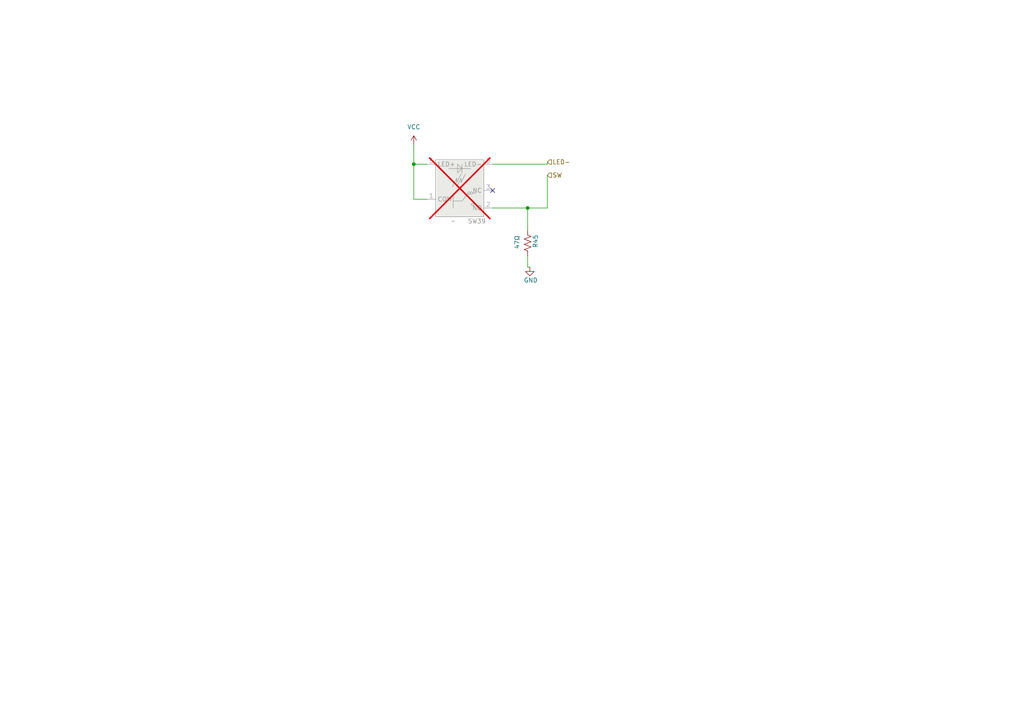
<source format=kicad_sch>
(kicad_sch
	(version 20250114)
	(generator "eeschema")
	(generator_version "9.0")
	(uuid "ff02a841-a4f6-4638-b431-e4244ba9b389")
	(paper "A4")
	(title_block
		(comment 4 "See https://github.com/aseanwatson/DrumKitButtons/tree/${REV}")
	)
	(lib_symbols
		(symbol "Device:R_US"
			(pin_numbers
				(hide yes)
			)
			(pin_names
				(offset 0)
			)
			(exclude_from_sim no)
			(in_bom yes)
			(on_board yes)
			(property "Reference" "R"
				(at 2.54 0 90)
				(effects
					(font
						(size 1.27 1.27)
					)
				)
			)
			(property "Value" "R_US"
				(at -2.54 0 90)
				(effects
					(font
						(size 1.27 1.27)
					)
				)
			)
			(property "Footprint" ""
				(at 1.016 -0.254 90)
				(effects
					(font
						(size 1.27 1.27)
					)
					(hide yes)
				)
			)
			(property "Datasheet" "~"
				(at 0 0 0)
				(effects
					(font
						(size 1.27 1.27)
					)
					(hide yes)
				)
			)
			(property "Description" "Resistor, US symbol"
				(at 0 0 0)
				(effects
					(font
						(size 1.27 1.27)
					)
					(hide yes)
				)
			)
			(property "ki_keywords" "R res resistor"
				(at 0 0 0)
				(effects
					(font
						(size 1.27 1.27)
					)
					(hide yes)
				)
			)
			(property "ki_fp_filters" "R_*"
				(at 0 0 0)
				(effects
					(font
						(size 1.27 1.27)
					)
					(hide yes)
				)
			)
			(symbol "R_US_0_1"
				(polyline
					(pts
						(xy 0 2.286) (xy 0 2.54)
					)
					(stroke
						(width 0)
						(type default)
					)
					(fill
						(type none)
					)
				)
				(polyline
					(pts
						(xy 0 2.286) (xy 1.016 1.905) (xy 0 1.524) (xy -1.016 1.143) (xy 0 0.762)
					)
					(stroke
						(width 0)
						(type default)
					)
					(fill
						(type none)
					)
				)
				(polyline
					(pts
						(xy 0 0.762) (xy 1.016 0.381) (xy 0 0) (xy -1.016 -0.381) (xy 0 -0.762)
					)
					(stroke
						(width 0)
						(type default)
					)
					(fill
						(type none)
					)
				)
				(polyline
					(pts
						(xy 0 -0.762) (xy 1.016 -1.143) (xy 0 -1.524) (xy -1.016 -1.905) (xy 0 -2.286)
					)
					(stroke
						(width 0)
						(type default)
					)
					(fill
						(type none)
					)
				)
				(polyline
					(pts
						(xy 0 -2.286) (xy 0 -2.54)
					)
					(stroke
						(width 0)
						(type default)
					)
					(fill
						(type none)
					)
				)
			)
			(symbol "R_US_1_1"
				(pin passive line
					(at 0 3.81 270)
					(length 1.27)
					(name "~"
						(effects
							(font
								(size 1.27 1.27)
							)
						)
					)
					(number "1"
						(effects
							(font
								(size 1.27 1.27)
							)
						)
					)
				)
				(pin passive line
					(at 0 -3.81 90)
					(length 1.27)
					(name "~"
						(effects
							(font
								(size 1.27 1.27)
							)
						)
					)
					(number "2"
						(effects
							(font
								(size 1.27 1.27)
							)
						)
					)
				)
			)
			(embedded_fonts no)
		)
		(symbol "Local:PB68"
			(exclude_from_sim no)
			(in_bom yes)
			(on_board yes)
			(property "Reference" "SW"
				(at 6.604 1.524 0)
				(effects
					(font
						(size 1.27 1.27)
					)
				)
			)
			(property "Value" ""
				(at 0 0 0)
				(effects
					(font
						(size 1.27 1.27)
					)
				)
			)
			(property "Footprint" "Local:PB86"
				(at 0 0 0)
				(effects
					(font
						(size 1.27 1.27)
					)
					(hide yes)
				)
			)
			(property "Datasheet" "https://cdn-shop.adafruit.com/product-files/5499/step_switch.png"
				(at 1.778 4.318 0)
				(effects
					(font
						(size 1.27 1.27)
					)
					(hide yes)
				)
			)
			(property "Description" "LED/DPST Combo"
				(at 1.778 6.604 0)
				(effects
					(font
						(size 1.27 1.27)
					)
					(hide yes)
				)
			)
			(symbol "PB68_0_0"
				(pin passive line
					(at -3.81 -2.54 0)
					(length 2.54)
					(name "NO"
						(effects
							(font
								(size 1.27 1.27)
							)
						)
					)
					(number "2"
						(effects
							(font
								(size 1.27 1.27)
							)
						)
					)
				)
				(pin passive line
					(at -3.81 -7.62 0)
					(length 2.54)
					(name "NC"
						(effects
							(font
								(size 1.27 1.27)
							)
						)
					)
					(number "3"
						(effects
							(font
								(size 1.27 1.27)
							)
						)
					)
				)
				(pin open_emitter line
					(at -3.81 -15.24 0)
					(length 2.54)
					(name "LED-"
						(effects
							(font
								(size 1.27 1.27)
							)
						)
					)
					(number "6"
						(effects
							(font
								(size 1.27 1.27)
							)
						)
					)
				)
				(pin passive line
					(at 15.24 -5.08 180)
					(length 2.54)
					(name "COM"
						(effects
							(font
								(size 1.27 1.27)
							)
						)
					)
					(number "1"
						(effects
							(font
								(size 1.27 1.27)
							)
						)
					)
				)
				(pin power_in line
					(at 15.24 -15.24 180)
					(length 2.54)
					(name "LED+"
						(effects
							(font
								(size 1.27 1.27)
							)
						)
					)
					(number "5"
						(effects
							(font
								(size 1.27 1.27)
							)
						)
					)
				)
			)
			(symbol "PB68_0_1"
				(rectangle
					(start -1.27 0)
					(end 12.7 -16.51)
					(stroke
						(width 0)
						(type default)
					)
					(fill
						(type background)
					)
				)
				(polyline
					(pts
						(xy 1.524 -3.556) (xy 0.762 -3.556)
					)
					(stroke
						(width 0)
						(type default)
					)
					(fill
						(type none)
					)
				)
				(polyline
					(pts
						(xy 1.778 -6.858) (xy 1.016 -6.858)
					)
					(stroke
						(width 0)
						(type default)
					)
					(fill
						(type none)
					)
				)
				(circle
					(center 2.032 -3.556)
					(radius 0.3592)
					(stroke
						(width 0)
						(type default)
					)
					(fill
						(type none)
					)
				)
				(circle
					(center 2.286 -6.858)
					(radius 0.3592)
					(stroke
						(width 0)
						(type default)
					)
					(fill
						(type none)
					)
				)
				(circle
					(center 3.048 -6.858)
					(radius 0.3592)
					(stroke
						(width 0)
						(type default)
					)
					(fill
						(type none)
					)
				)
				(polyline
					(pts
						(xy 4.064 -12.446) (xy 5.334 -9.906) (xy 5.334 -11.176) (xy 6.604 -8.636)
					)
					(stroke
						(width 0)
						(type default)
					)
					(fill
						(type none)
					)
				)
				(polyline
					(pts
						(xy 5.08 -13.97) (xy 6.35 -12.7) (xy 6.35 -15.24) (xy 5.08 -13.97)
					)
					(stroke
						(width 0)
						(type default)
					)
					(fill
						(type none)
					)
				)
				(polyline
					(pts
						(xy 5.08 -15.24) (xy 5.08 -12.7)
					)
					(stroke
						(width 0)
						(type default)
					)
					(fill
						(type none)
					)
				)
				(polyline
					(pts
						(xy 5.334 -12.446) (xy 6.604 -9.906) (xy 6.604 -11.176) (xy 7.874 -8.636)
					)
					(stroke
						(width 0)
						(type default)
					)
					(fill
						(type none)
					)
				)
				(polyline
					(pts
						(xy 6.35 -11.43) (xy 6.35 -11.43)
					)
					(stroke
						(width 0)
						(type default)
					)
					(fill
						(type none)
					)
				)
				(polyline
					(pts
						(xy 6.35 -11.43) (xy 6.35 -11.43)
					)
					(stroke
						(width 0)
						(type default)
					)
					(fill
						(type none)
					)
				)
				(polyline
					(pts
						(xy 7.62 -2.54) (xy 7.62 -6.35)
					)
					(stroke
						(width 0)
						(type default)
					)
					(fill
						(type none)
					)
				)
				(polyline
					(pts
						(xy 7.62 -4.572) (xy 5.08 -4.572) (xy 3.302 -6.604)
					)
					(stroke
						(width 0)
						(type default)
					)
					(fill
						(type none)
					)
				)
				(polyline
					(pts
						(xy 8.89 -13.97) (xy 2.54 -13.97)
					)
					(stroke
						(width 0)
						(type default)
					)
					(fill
						(type none)
					)
				)
			)
			(embedded_fonts no)
		)
		(symbol "power:GND"
			(power)
			(pin_numbers
				(hide yes)
			)
			(pin_names
				(offset 0)
				(hide yes)
			)
			(exclude_from_sim no)
			(in_bom yes)
			(on_board yes)
			(property "Reference" "#PWR"
				(at 0 -6.35 0)
				(effects
					(font
						(size 1.27 1.27)
					)
					(hide yes)
				)
			)
			(property "Value" "GND"
				(at 0 -3.81 0)
				(effects
					(font
						(size 1.27 1.27)
					)
				)
			)
			(property "Footprint" ""
				(at 0 0 0)
				(effects
					(font
						(size 1.27 1.27)
					)
					(hide yes)
				)
			)
			(property "Datasheet" ""
				(at 0 0 0)
				(effects
					(font
						(size 1.27 1.27)
					)
					(hide yes)
				)
			)
			(property "Description" "Power symbol creates a global label with name \"GND\" , ground"
				(at 0 0 0)
				(effects
					(font
						(size 1.27 1.27)
					)
					(hide yes)
				)
			)
			(property "ki_keywords" "global power"
				(at 0 0 0)
				(effects
					(font
						(size 1.27 1.27)
					)
					(hide yes)
				)
			)
			(symbol "GND_0_1"
				(polyline
					(pts
						(xy 0 0) (xy 0 -1.27) (xy 1.27 -1.27) (xy 0 -2.54) (xy -1.27 -1.27) (xy 0 -1.27)
					)
					(stroke
						(width 0)
						(type default)
					)
					(fill
						(type none)
					)
				)
			)
			(symbol "GND_1_1"
				(pin power_in line
					(at 0 0 270)
					(length 0)
					(name "~"
						(effects
							(font
								(size 1.27 1.27)
							)
						)
					)
					(number "1"
						(effects
							(font
								(size 1.27 1.27)
							)
						)
					)
				)
			)
			(embedded_fonts no)
		)
		(symbol "power:VCC"
			(power)
			(pin_numbers
				(hide yes)
			)
			(pin_names
				(offset 0)
				(hide yes)
			)
			(exclude_from_sim no)
			(in_bom yes)
			(on_board yes)
			(property "Reference" "#PWR"
				(at 0 -3.81 0)
				(effects
					(font
						(size 1.27 1.27)
					)
					(hide yes)
				)
			)
			(property "Value" "VCC"
				(at 0 3.556 0)
				(effects
					(font
						(size 1.27 1.27)
					)
				)
			)
			(property "Footprint" ""
				(at 0 0 0)
				(effects
					(font
						(size 1.27 1.27)
					)
					(hide yes)
				)
			)
			(property "Datasheet" ""
				(at 0 0 0)
				(effects
					(font
						(size 1.27 1.27)
					)
					(hide yes)
				)
			)
			(property "Description" "Power symbol creates a global label with name \"VCC\""
				(at 0 0 0)
				(effects
					(font
						(size 1.27 1.27)
					)
					(hide yes)
				)
			)
			(property "ki_keywords" "global power"
				(at 0 0 0)
				(effects
					(font
						(size 1.27 1.27)
					)
					(hide yes)
				)
			)
			(symbol "VCC_0_1"
				(polyline
					(pts
						(xy -0.762 1.27) (xy 0 2.54)
					)
					(stroke
						(width 0)
						(type default)
					)
					(fill
						(type none)
					)
				)
				(polyline
					(pts
						(xy 0 2.54) (xy 0.762 1.27)
					)
					(stroke
						(width 0)
						(type default)
					)
					(fill
						(type none)
					)
				)
				(polyline
					(pts
						(xy 0 0) (xy 0 2.54)
					)
					(stroke
						(width 0)
						(type default)
					)
					(fill
						(type none)
					)
				)
			)
			(symbol "VCC_1_1"
				(pin power_in line
					(at 0 0 90)
					(length 0)
					(name "~"
						(effects
							(font
								(size 1.27 1.27)
							)
						)
					)
					(number "1"
						(effects
							(font
								(size 1.27 1.27)
							)
						)
					)
				)
			)
			(embedded_fonts no)
		)
	)
	(junction
		(at 120.015 47.625)
		(diameter 0)
		(color 0 0 0 0)
		(uuid "3ce39795-324b-45d8-a76e-e47934c36099")
	)
	(junction
		(at 153.035 60.325)
		(diameter 0)
		(color 0 0 0 0)
		(uuid "9bdf3393-5f35-42b6-a2f7-62b7f24f4b16")
	)
	(no_connect
		(at 142.875 55.245)
		(uuid "885dd419-795b-412f-84c1-8f6273cefad5")
	)
	(wire
		(pts
			(xy 158.75 60.325) (xy 158.75 50.8)
		)
		(stroke
			(width 0)
			(type default)
		)
		(uuid "2b291308-b4ee-409b-8af8-fb056eb3105b")
	)
	(wire
		(pts
			(xy 153.035 66.675) (xy 153.035 60.325)
		)
		(stroke
			(width 0)
			(type default)
		)
		(uuid "41b19248-4353-40f3-905b-5db0ef96d0a2")
	)
	(wire
		(pts
			(xy 120.015 41.91) (xy 120.015 47.625)
		)
		(stroke
			(width 0)
			(type default)
		)
		(uuid "4cab0311-edda-493e-aab5-26c058817ff5")
	)
	(wire
		(pts
			(xy 142.875 60.325) (xy 153.035 60.325)
		)
		(stroke
			(width 0)
			(type default)
		)
		(uuid "4dce84b2-b6cf-47f1-8e0a-6172e7676473")
	)
	(wire
		(pts
			(xy 158.75 46.99) (xy 158.75 47.625)
		)
		(stroke
			(width 0)
			(type default)
		)
		(uuid "56c5b85f-3791-472e-a73f-26b595f20735")
	)
	(wire
		(pts
			(xy 153.67 77.47) (xy 153.035 77.47)
		)
		(stroke
			(width 0)
			(type default)
		)
		(uuid "676b4a81-4c46-4917-b189-4b0f1bbeb693")
	)
	(wire
		(pts
			(xy 158.75 47.625) (xy 142.875 47.625)
		)
		(stroke
			(width 0)
			(type default)
		)
		(uuid "692ae693-6c72-46c0-b1fb-714d6497e6a8")
	)
	(wire
		(pts
			(xy 120.015 47.625) (xy 123.825 47.625)
		)
		(stroke
			(width 0)
			(type default)
		)
		(uuid "6bae53d0-9925-4e24-b5f4-8aec39eb73a6")
	)
	(wire
		(pts
			(xy 158.75 60.325) (xy 153.035 60.325)
		)
		(stroke
			(width 0)
			(type default)
		)
		(uuid "a56efacd-f4ed-40cf-b64a-1d628b2bcc0b")
	)
	(wire
		(pts
			(xy 123.825 57.785) (xy 120.015 57.785)
		)
		(stroke
			(width 0)
			(type default)
		)
		(uuid "ad83d875-35e5-4183-9186-f1988ce0d368")
	)
	(wire
		(pts
			(xy 120.015 47.625) (xy 120.015 57.785)
		)
		(stroke
			(width 0)
			(type default)
		)
		(uuid "b5cccb40-962d-4697-a317-911c0c6b878b")
	)
	(wire
		(pts
			(xy 153.035 77.47) (xy 153.035 74.295)
		)
		(stroke
			(width 0)
			(type default)
		)
		(uuid "f9ffa7ab-7586-42f3-b4d3-34a9606415ef")
	)
	(hierarchical_label "LED-"
		(shape input)
		(at 158.75 46.99 0)
		(effects
			(font
				(size 1.27 1.27)
			)
			(justify left)
		)
		(uuid "358632c6-d826-4846-9b28-64854e0fe9ce")
	)
	(hierarchical_label "SW"
		(shape input)
		(at 158.75 50.8 0)
		(effects
			(font
				(size 1.27 1.27)
			)
			(justify left)
		)
		(uuid "4a766652-7e15-4ae1-a3ed-d8d34414c956")
	)
	(symbol
		(lib_id "Device:R_US")
		(at 153.035 70.485 0)
		(unit 1)
		(exclude_from_sim no)
		(in_bom yes)
		(on_board yes)
		(dnp no)
		(uuid "19424141-5456-4027-8a67-234dbe037251")
		(property "Reference" "R3"
			(at 155.321 69.977 90)
			(effects
				(font
					(size 1.27 1.27)
				)
			)
		)
		(property "Value" "47Ω"
			(at 149.987 70.231 90)
			(effects
				(font
					(size 1.27 1.27)
				)
			)
		)
		(property "Footprint" "Resistor_SMD:R_0402_1005Metric"
			(at 154.051 70.739 90)
			(effects
				(font
					(size 1.27 1.27)
				)
				(hide yes)
			)
		)
		(property "Datasheet" "~"
			(at 153.035 70.485 0)
			(effects
				(font
					(size 1.27 1.27)
				)
				(hide yes)
			)
		)
		(property "Description" "Resistor, US symbol"
			(at 153.035 70.485 0)
			(effects
				(font
					(size 1.27 1.27)
				)
				(hide yes)
			)
		)
		(property "LCSC Link" "https://www.lcsc.com/product-detail/Chip-Resistor-Surface-Mount_PANASONIC-ERJ2GEJ470X_C400522.html"
			(at 173.863 75.565 90)
			(effects
				(font
					(size 1.27 1.27)
				)
				(hide yes)
			)
		)
		(property "LCSC Part#" "C400522"
			(at 156.337 69.723 90)
			(effects
				(font
					(size 1.27 1.27)
				)
				(hide yes)
			)
		)
		(pin "2"
			(uuid "df26d3d5-58e2-4b04-b864-b70c943d8bfb")
		)
		(pin "1"
			(uuid "6d5759a6-29c3-4ac6-9f6b-db3dc35e2367")
		)
		(instances
			(project "DrumKitButtons"
				(path "/9053e4fd-2214-4e2c-a1c2-d5a9964413b7/26123988-4436-470f-8df2-915b04ee2818/072d4cdf-cbfc-410f-83d0-5e22c1af2c72"
					(reference "R45")
					(unit 1)
				)
				(path "/9053e4fd-2214-4e2c-a1c2-d5a9964413b7/26123988-4436-470f-8df2-915b04ee2818/30260b7a-b01c-4616-be87-6fe76bdf65be"
					(reference "R40")
					(unit 1)
				)
				(path "/9053e4fd-2214-4e2c-a1c2-d5a9964413b7/26123988-4436-470f-8df2-915b04ee2818/3f87dd63-872f-4418-a18b-f96542fabba1"
					(reference "R46")
					(unit 1)
				)
				(path "/9053e4fd-2214-4e2c-a1c2-d5a9964413b7/26123988-4436-470f-8df2-915b04ee2818/414a906b-9f48-4d0e-a6fa-58fd68375c3a"
					(reference "R41")
					(unit 1)
				)
				(path "/9053e4fd-2214-4e2c-a1c2-d5a9964413b7/26123988-4436-470f-8df2-915b04ee2818/717b2545-666d-41dc-800b-6b14b78bb44f"
					(reference "R43")
					(unit 1)
				)
				(path "/9053e4fd-2214-4e2c-a1c2-d5a9964413b7/26123988-4436-470f-8df2-915b04ee2818/8c383834-5a1d-42fc-a78a-cfe22124a865"
					(reference "R42")
					(unit 1)
				)
				(path "/9053e4fd-2214-4e2c-a1c2-d5a9964413b7/26123988-4436-470f-8df2-915b04ee2818/a1a1a21a-949e-4e1e-a6b4-460e91665159"
					(reference "R39")
					(unit 1)
				)
				(path "/9053e4fd-2214-4e2c-a1c2-d5a9964413b7/26123988-4436-470f-8df2-915b04ee2818/dba88b82-df3c-4eb3-8038-ebc15f54cd7b"
					(reference "R44")
					(unit 1)
				)
				(path "/9053e4fd-2214-4e2c-a1c2-d5a9964413b7/56600e35-72e7-45c1-8008-a2a2285948a1/072d4cdf-cbfc-410f-83d0-5e22c1af2c72"
					(reference "R9")
					(unit 1)
				)
				(path "/9053e4fd-2214-4e2c-a1c2-d5a9964413b7/56600e35-72e7-45c1-8008-a2a2285948a1/30260b7a-b01c-4616-be87-6fe76bdf65be"
					(reference "R4")
					(unit 1)
				)
				(path "/9053e4fd-2214-4e2c-a1c2-d5a9964413b7/56600e35-72e7-45c1-8008-a2a2285948a1/3f87dd63-872f-4418-a18b-f96542fabba1"
					(reference "R10")
					(unit 1)
				)
				(path "/9053e4fd-2214-4e2c-a1c2-d5a9964413b7/56600e35-72e7-45c1-8008-a2a2285948a1/414a906b-9f48-4d0e-a6fa-58fd68375c3a"
					(reference "R5")
					(unit 1)
				)
				(path "/9053e4fd-2214-4e2c-a1c2-d5a9964413b7/56600e35-72e7-45c1-8008-a2a2285948a1/717b2545-666d-41dc-800b-6b14b78bb44f"
					(reference "R7")
					(unit 1)
				)
				(path "/9053e4fd-2214-4e2c-a1c2-d5a9964413b7/56600e35-72e7-45c1-8008-a2a2285948a1/8c383834-5a1d-42fc-a78a-cfe22124a865"
					(reference "R6")
					(unit 1)
				)
				(path "/9053e4fd-2214-4e2c-a1c2-d5a9964413b7/56600e35-72e7-45c1-8008-a2a2285948a1/a1a1a21a-949e-4e1e-a6b4-460e91665159"
					(reference "R3")
					(unit 1)
				)
				(path "/9053e4fd-2214-4e2c-a1c2-d5a9964413b7/56600e35-72e7-45c1-8008-a2a2285948a1/dba88b82-df3c-4eb3-8038-ebc15f54cd7b"
					(reference "R8")
					(unit 1)
				)
				(path "/9053e4fd-2214-4e2c-a1c2-d5a9964413b7/575be80e-352b-49ee-9f93-701667605cc7/072d4cdf-cbfc-410f-83d0-5e22c1af2c72"
					(reference "R17")
					(unit 1)
				)
				(path "/9053e4fd-2214-4e2c-a1c2-d5a9964413b7/575be80e-352b-49ee-9f93-701667605cc7/30260b7a-b01c-4616-be87-6fe76bdf65be"
					(reference "R12")
					(unit 1)
				)
				(path "/9053e4fd-2214-4e2c-a1c2-d5a9964413b7/575be80e-352b-49ee-9f93-701667605cc7/3f87dd63-872f-4418-a18b-f96542fabba1"
					(reference "R18")
					(unit 1)
				)
				(path "/9053e4fd-2214-4e2c-a1c2-d5a9964413b7/575be80e-352b-49ee-9f93-701667605cc7/414a906b-9f48-4d0e-a6fa-58fd68375c3a"
					(reference "R13")
					(unit 1)
				)
				(path "/9053e4fd-2214-4e2c-a1c2-d5a9964413b7/575be80e-352b-49ee-9f93-701667605cc7/717b2545-666d-41dc-800b-6b14b78bb44f"
					(reference "R15")
					(unit 1)
				)
				(path "/9053e4fd-2214-4e2c-a1c2-d5a9964413b7/575be80e-352b-49ee-9f93-701667605cc7/8c383834-5a1d-42fc-a78a-cfe22124a865"
					(reference "R14")
					(unit 1)
				)
				(path "/9053e4fd-2214-4e2c-a1c2-d5a9964413b7/575be80e-352b-49ee-9f93-701667605cc7/a1a1a21a-949e-4e1e-a6b4-460e91665159"
					(reference "R11")
					(unit 1)
				)
				(path "/9053e4fd-2214-4e2c-a1c2-d5a9964413b7/575be80e-352b-49ee-9f93-701667605cc7/dba88b82-df3c-4eb3-8038-ebc15f54cd7b"
					(reference "R16")
					(unit 1)
				)
				(path "/9053e4fd-2214-4e2c-a1c2-d5a9964413b7/750b8000-0e2b-48b2-9b84-94fc6d0905e1/072d4cdf-cbfc-410f-83d0-5e22c1af2c72"
					(reference "R35")
					(unit 1)
				)
				(path "/9053e4fd-2214-4e2c-a1c2-d5a9964413b7/750b8000-0e2b-48b2-9b84-94fc6d0905e1/30260b7a-b01c-4616-be87-6fe76bdf65be"
					(reference "R30")
					(unit 1)
				)
				(path "/9053e4fd-2214-4e2c-a1c2-d5a9964413b7/750b8000-0e2b-48b2-9b84-94fc6d0905e1/3f87dd63-872f-4418-a18b-f96542fabba1"
					(reference "R36")
					(unit 1)
				)
				(path "/9053e4fd-2214-4e2c-a1c2-d5a9964413b7/750b8000-0e2b-48b2-9b84-94fc6d0905e1/414a906b-9f48-4d0e-a6fa-58fd68375c3a"
					(reference "R31")
					(unit 1)
				)
				(path "/9053e4fd-2214-4e2c-a1c2-d5a9964413b7/750b8000-0e2b-48b2-9b84-94fc6d0905e1/717b2545-666d-41dc-800b-6b14b78bb44f"
					(reference "R33")
					(unit 1)
				)
				(path "/9053e4fd-2214-4e2c-a1c2-d5a9964413b7/750b8000-0e2b-48b2-9b84-94fc6d0905e1/8c383834-5a1d-42fc-a78a-cfe22124a865"
					(reference "R32")
					(unit 1)
				)
				(path "/9053e4fd-2214-4e2c-a1c2-d5a9964413b7/750b8000-0e2b-48b2-9b84-94fc6d0905e1/a1a1a21a-949e-4e1e-a6b4-460e91665159"
					(reference "R29")
					(unit 1)
				)
				(path "/9053e4fd-2214-4e2c-a1c2-d5a9964413b7/750b8000-0e2b-48b2-9b84-94fc6d0905e1/dba88b82-df3c-4eb3-8038-ebc15f54cd7b"
					(reference "R34")
					(unit 1)
				)
				(path "/9053e4fd-2214-4e2c-a1c2-d5a9964413b7/8e3d7c7f-97b6-485f-a62d-91a5d64f0541/072d4cdf-cbfc-410f-83d0-5e22c1af2c72"
					(reference "R27")
					(unit 1)
				)
				(path "/9053e4fd-2214-4e2c-a1c2-d5a9964413b7/8e3d7c7f-97b6-485f-a62d-91a5d64f0541/30260b7a-b01c-4616-be87-6fe76bdf65be"
					(reference "R22")
					(unit 1)
				)
				(path "/9053e4fd-2214-4e2c-a1c2-d5a9964413b7/8e3d7c7f-97b6-485f-a62d-91a5d64f0541/3f87dd63-872f-4418-a18b-f96542fabba1"
					(reference "R28")
					(unit 1)
				)
				(path "/9053e4fd-2214-4e2c-a1c2-d5a9964413b7/8e3d7c7f-97b6-485f-a62d-91a5d64f0541/414a906b-9f48-4d0e-a6fa-58fd68375c3a"
					(reference "R23")
					(unit 1)
				)
				(path "/9053e4fd-2214-4e2c-a1c2-d5a9964413b7/8e3d7c7f-97b6-485f-a62d-91a5d64f0541/717b2545-666d-41dc-800b-6b14b78bb44f"
					(reference "R25")
					(unit 1)
				)
				(path "/9053e4fd-2214-4e2c-a1c2-d5a9964413b7/8e3d7c7f-97b6-485f-a62d-91a5d64f0541/8c383834-5a1d-42fc-a78a-cfe22124a865"
					(reference "R24")
					(unit 1)
				)
				(path "/9053e4fd-2214-4e2c-a1c2-d5a9964413b7/8e3d7c7f-97b6-485f-a62d-91a5d64f0541/a1a1a21a-949e-4e1e-a6b4-460e91665159"
					(reference "R21")
					(unit 1)
				)
				(path "/9053e4fd-2214-4e2c-a1c2-d5a9964413b7/8e3d7c7f-97b6-485f-a62d-91a5d64f0541/dba88b82-df3c-4eb3-8038-ebc15f54cd7b"
					(reference "R26")
					(unit 1)
				)
				(path "/9053e4fd-2214-4e2c-a1c2-d5a9964413b7/903f5d09-4594-4373-9fb5-e09f9cdba84a/072d4cdf-cbfc-410f-83d0-5e22c1af2c72"
					(reference "R53")
					(unit 1)
				)
				(path "/9053e4fd-2214-4e2c-a1c2-d5a9964413b7/903f5d09-4594-4373-9fb5-e09f9cdba84a/30260b7a-b01c-4616-be87-6fe76bdf65be"
					(reference "R48")
					(unit 1)
				)
				(path "/9053e4fd-2214-4e2c-a1c2-d5a9964413b7/903f5d09-4594-4373-9fb5-e09f9cdba84a/3f87dd63-872f-4418-a18b-f96542fabba1"
					(reference "R54")
					(unit 1)
				)
				(path "/9053e4fd-2214-4e2c-a1c2-d5a9964413b7/903f5d09-4594-4373-9fb5-e09f9cdba84a/414a906b-9f48-4d0e-a6fa-58fd68375c3a"
					(reference "R49")
					(unit 1)
				)
				(path "/9053e4fd-2214-4e2c-a1c2-d5a9964413b7/903f5d09-4594-4373-9fb5-e09f9cdba84a/717b2545-666d-41dc-800b-6b14b78bb44f"
					(reference "R51")
					(unit 1)
				)
				(path "/9053e4fd-2214-4e2c-a1c2-d5a9964413b7/903f5d09-4594-4373-9fb5-e09f9cdba84a/8c383834-5a1d-42fc-a78a-cfe22124a865"
					(reference "R50")
					(unit 1)
				)
				(path "/9053e4fd-2214-4e2c-a1c2-d5a9964413b7/903f5d09-4594-4373-9fb5-e09f9cdba84a/a1a1a21a-949e-4e1e-a6b4-460e91665159"
					(reference "R47")
					(unit 1)
				)
				(path "/9053e4fd-2214-4e2c-a1c2-d5a9964413b7/903f5d09-4594-4373-9fb5-e09f9cdba84a/dba88b82-df3c-4eb3-8038-ebc15f54cd7b"
					(reference "R52")
					(unit 1)
				)
			)
		)
	)
	(symbol
		(lib_id "power:VCC")
		(at 120.015 41.91 0)
		(unit 1)
		(exclude_from_sim no)
		(in_bom yes)
		(on_board yes)
		(dnp no)
		(uuid "61a4e22a-c743-4cf2-973a-0555c0c03b5b")
		(property "Reference" "#PWR013"
			(at 120.015 45.72 0)
			(effects
				(font
					(size 1.27 1.27)
				)
				(hide yes)
			)
		)
		(property "Value" "VCC"
			(at 120.015 36.83 0)
			(effects
				(font
					(size 1.27 1.27)
				)
			)
		)
		(property "Footprint" ""
			(at 120.015 41.91 0)
			(effects
				(font
					(size 1.27 1.27)
				)
				(hide yes)
			)
		)
		(property "Datasheet" ""
			(at 120.015 41.91 0)
			(effects
				(font
					(size 1.27 1.27)
				)
				(hide yes)
			)
		)
		(property "Description" "Power symbol creates a global label with name \"VCC\""
			(at 120.015 41.91 0)
			(effects
				(font
					(size 1.27 1.27)
				)
				(hide yes)
			)
		)
		(pin "1"
			(uuid "440f9fb3-4c6e-48b3-ad5b-def7874678a2")
		)
		(instances
			(project "DrumKitButtons"
				(path "/9053e4fd-2214-4e2c-a1c2-d5a9964413b7/26123988-4436-470f-8df2-915b04ee2818/072d4cdf-cbfc-410f-83d0-5e22c1af2c72"
					(reference "#PWR099")
					(unit 1)
				)
				(path "/9053e4fd-2214-4e2c-a1c2-d5a9964413b7/26123988-4436-470f-8df2-915b04ee2818/30260b7a-b01c-4616-be87-6fe76bdf65be"
					(reference "#PWR094")
					(unit 1)
				)
				(path "/9053e4fd-2214-4e2c-a1c2-d5a9964413b7/26123988-4436-470f-8df2-915b04ee2818/3f87dd63-872f-4418-a18b-f96542fabba1"
					(reference "#PWR0100")
					(unit 1)
				)
				(path "/9053e4fd-2214-4e2c-a1c2-d5a9964413b7/26123988-4436-470f-8df2-915b04ee2818/414a906b-9f48-4d0e-a6fa-58fd68375c3a"
					(reference "#PWR095")
					(unit 1)
				)
				(path "/9053e4fd-2214-4e2c-a1c2-d5a9964413b7/26123988-4436-470f-8df2-915b04ee2818/717b2545-666d-41dc-800b-6b14b78bb44f"
					(reference "#PWR097")
					(unit 1)
				)
				(path "/9053e4fd-2214-4e2c-a1c2-d5a9964413b7/26123988-4436-470f-8df2-915b04ee2818/8c383834-5a1d-42fc-a78a-cfe22124a865"
					(reference "#PWR096")
					(unit 1)
				)
				(path "/9053e4fd-2214-4e2c-a1c2-d5a9964413b7/26123988-4436-470f-8df2-915b04ee2818/a1a1a21a-949e-4e1e-a6b4-460e91665159"
					(reference "#PWR093")
					(unit 1)
				)
				(path "/9053e4fd-2214-4e2c-a1c2-d5a9964413b7/26123988-4436-470f-8df2-915b04ee2818/dba88b82-df3c-4eb3-8038-ebc15f54cd7b"
					(reference "#PWR098")
					(unit 1)
				)
				(path "/9053e4fd-2214-4e2c-a1c2-d5a9964413b7/56600e35-72e7-45c1-8008-a2a2285948a1/072d4cdf-cbfc-410f-83d0-5e22c1af2c72"
					(reference "#PWR025")
					(unit 1)
				)
				(path "/9053e4fd-2214-4e2c-a1c2-d5a9964413b7/56600e35-72e7-45c1-8008-a2a2285948a1/30260b7a-b01c-4616-be87-6fe76bdf65be"
					(reference "#PWR015")
					(unit 1)
				)
				(path "/9053e4fd-2214-4e2c-a1c2-d5a9964413b7/56600e35-72e7-45c1-8008-a2a2285948a1/3f87dd63-872f-4418-a18b-f96542fabba1"
					(reference "#PWR027")
					(unit 1)
				)
				(path "/9053e4fd-2214-4e2c-a1c2-d5a9964413b7/56600e35-72e7-45c1-8008-a2a2285948a1/414a906b-9f48-4d0e-a6fa-58fd68375c3a"
					(reference "#PWR017")
					(unit 1)
				)
				(path "/9053e4fd-2214-4e2c-a1c2-d5a9964413b7/56600e35-72e7-45c1-8008-a2a2285948a1/717b2545-666d-41dc-800b-6b14b78bb44f"
					(reference "#PWR021")
					(unit 1)
				)
				(path "/9053e4fd-2214-4e2c-a1c2-d5a9964413b7/56600e35-72e7-45c1-8008-a2a2285948a1/8c383834-5a1d-42fc-a78a-cfe22124a865"
					(reference "#PWR019")
					(unit 1)
				)
				(path "/9053e4fd-2214-4e2c-a1c2-d5a9964413b7/56600e35-72e7-45c1-8008-a2a2285948a1/a1a1a21a-949e-4e1e-a6b4-460e91665159"
					(reference "#PWR013")
					(unit 1)
				)
				(path "/9053e4fd-2214-4e2c-a1c2-d5a9964413b7/56600e35-72e7-45c1-8008-a2a2285948a1/dba88b82-df3c-4eb3-8038-ebc15f54cd7b"
					(reference "#PWR023")
					(unit 1)
				)
				(path "/9053e4fd-2214-4e2c-a1c2-d5a9964413b7/575be80e-352b-49ee-9f93-701667605cc7/072d4cdf-cbfc-410f-83d0-5e22c1af2c72"
					(reference "#PWR041")
					(unit 1)
				)
				(path "/9053e4fd-2214-4e2c-a1c2-d5a9964413b7/575be80e-352b-49ee-9f93-701667605cc7/30260b7a-b01c-4616-be87-6fe76bdf65be"
					(reference "#PWR031")
					(unit 1)
				)
				(path "/9053e4fd-2214-4e2c-a1c2-d5a9964413b7/575be80e-352b-49ee-9f93-701667605cc7/3f87dd63-872f-4418-a18b-f96542fabba1"
					(reference "#PWR043")
					(unit 1)
				)
				(path "/9053e4fd-2214-4e2c-a1c2-d5a9964413b7/575be80e-352b-49ee-9f93-701667605cc7/414a906b-9f48-4d0e-a6fa-58fd68375c3a"
					(reference "#PWR033")
					(unit 1)
				)
				(path "/9053e4fd-2214-4e2c-a1c2-d5a9964413b7/575be80e-352b-49ee-9f93-701667605cc7/717b2545-666d-41dc-800b-6b14b78bb44f"
					(reference "#PWR037")
					(unit 1)
				)
				(path "/9053e4fd-2214-4e2c-a1c2-d5a9964413b7/575be80e-352b-49ee-9f93-701667605cc7/8c383834-5a1d-42fc-a78a-cfe22124a865"
					(reference "#PWR035")
					(unit 1)
				)
				(path "/9053e4fd-2214-4e2c-a1c2-d5a9964413b7/575be80e-352b-49ee-9f93-701667605cc7/a1a1a21a-949e-4e1e-a6b4-460e91665159"
					(reference "#PWR029")
					(unit 1)
				)
				(path "/9053e4fd-2214-4e2c-a1c2-d5a9964413b7/575be80e-352b-49ee-9f93-701667605cc7/dba88b82-df3c-4eb3-8038-ebc15f54cd7b"
					(reference "#PWR039")
					(unit 1)
				)
				(path "/9053e4fd-2214-4e2c-a1c2-d5a9964413b7/750b8000-0e2b-48b2-9b84-94fc6d0905e1/072d4cdf-cbfc-410f-83d0-5e22c1af2c72"
					(reference "#PWR075")
					(unit 1)
				)
				(path "/9053e4fd-2214-4e2c-a1c2-d5a9964413b7/750b8000-0e2b-48b2-9b84-94fc6d0905e1/30260b7a-b01c-4616-be87-6fe76bdf65be"
					(reference "#PWR070")
					(unit 1)
				)
				(path "/9053e4fd-2214-4e2c-a1c2-d5a9964413b7/750b8000-0e2b-48b2-9b84-94fc6d0905e1/3f87dd63-872f-4418-a18b-f96542fabba1"
					(reference "#PWR076")
					(unit 1)
				)
				(path "/9053e4fd-2214-4e2c-a1c2-d5a9964413b7/750b8000-0e2b-48b2-9b84-94fc6d0905e1/414a906b-9f48-4d0e-a6fa-58fd68375c3a"
					(reference "#PWR071")
					(unit 1)
				)
				(path "/9053e4fd-2214-4e2c-a1c2-d5a9964413b7/750b8000-0e2b-48b2-9b84-94fc6d0905e1/717b2545-666d-41dc-800b-6b14b78bb44f"
					(reference "#PWR073")
					(unit 1)
				)
				(path "/9053e4fd-2214-4e2c-a1c2-d5a9964413b7/750b8000-0e2b-48b2-9b84-94fc6d0905e1/8c383834-5a1d-42fc-a78a-cfe22124a865"
					(reference "#PWR072")
					(unit 1)
				)
				(path "/9053e4fd-2214-4e2c-a1c2-d5a9964413b7/750b8000-0e2b-48b2-9b84-94fc6d0905e1/a1a1a21a-949e-4e1e-a6b4-460e91665159"
					(reference "#PWR069")
					(unit 1)
				)
				(path "/9053e4fd-2214-4e2c-a1c2-d5a9964413b7/750b8000-0e2b-48b2-9b84-94fc6d0905e1/dba88b82-df3c-4eb3-8038-ebc15f54cd7b"
					(reference "#PWR074")
					(unit 1)
				)
				(path "/9053e4fd-2214-4e2c-a1c2-d5a9964413b7/8e3d7c7f-97b6-485f-a62d-91a5d64f0541/072d4cdf-cbfc-410f-83d0-5e22c1af2c72"
					(reference "#PWR059")
					(unit 1)
				)
				(path "/9053e4fd-2214-4e2c-a1c2-d5a9964413b7/8e3d7c7f-97b6-485f-a62d-91a5d64f0541/30260b7a-b01c-4616-be87-6fe76bdf65be"
					(reference "#PWR054")
					(unit 1)
				)
				(path "/9053e4fd-2214-4e2c-a1c2-d5a9964413b7/8e3d7c7f-97b6-485f-a62d-91a5d64f0541/3f87dd63-872f-4418-a18b-f96542fabba1"
					(reference "#PWR060")
					(unit 1)
				)
				(path "/9053e4fd-2214-4e2c-a1c2-d5a9964413b7/8e3d7c7f-97b6-485f-a62d-91a5d64f0541/414a906b-9f48-4d0e-a6fa-58fd68375c3a"
					(reference "#PWR055")
					(unit 1)
				)
				(path "/9053e4fd-2214-4e2c-a1c2-d5a9964413b7/8e3d7c7f-97b6-485f-a62d-91a5d64f0541/717b2545-666d-41dc-800b-6b14b78bb44f"
					(reference "#PWR057")
					(unit 1)
				)
				(path "/9053e4fd-2214-4e2c-a1c2-d5a9964413b7/8e3d7c7f-97b6-485f-a62d-91a5d64f0541/8c383834-5a1d-42fc-a78a-cfe22124a865"
					(reference "#PWR056")
					(unit 1)
				)
				(path "/9053e4fd-2214-4e2c-a1c2-d5a9964413b7/8e3d7c7f-97b6-485f-a62d-91a5d64f0541/a1a1a21a-949e-4e1e-a6b4-460e91665159"
					(reference "#PWR053")
					(unit 1)
				)
				(path "/9053e4fd-2214-4e2c-a1c2-d5a9964413b7/8e3d7c7f-97b6-485f-a62d-91a5d64f0541/dba88b82-df3c-4eb3-8038-ebc15f54cd7b"
					(reference "#PWR058")
					(unit 1)
				)
				(path "/9053e4fd-2214-4e2c-a1c2-d5a9964413b7/903f5d09-4594-4373-9fb5-e09f9cdba84a/072d4cdf-cbfc-410f-83d0-5e22c1af2c72"
					(reference "#PWR0115")
					(unit 1)
				)
				(path "/9053e4fd-2214-4e2c-a1c2-d5a9964413b7/903f5d09-4594-4373-9fb5-e09f9cdba84a/30260b7a-b01c-4616-be87-6fe76bdf65be"
					(reference "#PWR0110")
					(unit 1)
				)
				(path "/9053e4fd-2214-4e2c-a1c2-d5a9964413b7/903f5d09-4594-4373-9fb5-e09f9cdba84a/3f87dd63-872f-4418-a18b-f96542fabba1"
					(reference "#PWR0116")
					(unit 1)
				)
				(path "/9053e4fd-2214-4e2c-a1c2-d5a9964413b7/903f5d09-4594-4373-9fb5-e09f9cdba84a/414a906b-9f48-4d0e-a6fa-58fd68375c3a"
					(reference "#PWR0111")
					(unit 1)
				)
				(path "/9053e4fd-2214-4e2c-a1c2-d5a9964413b7/903f5d09-4594-4373-9fb5-e09f9cdba84a/717b2545-666d-41dc-800b-6b14b78bb44f"
					(reference "#PWR0113")
					(unit 1)
				)
				(path "/9053e4fd-2214-4e2c-a1c2-d5a9964413b7/903f5d09-4594-4373-9fb5-e09f9cdba84a/8c383834-5a1d-42fc-a78a-cfe22124a865"
					(reference "#PWR0112")
					(unit 1)
				)
				(path "/9053e4fd-2214-4e2c-a1c2-d5a9964413b7/903f5d09-4594-4373-9fb5-e09f9cdba84a/a1a1a21a-949e-4e1e-a6b4-460e91665159"
					(reference "#PWR0109")
					(unit 1)
				)
				(path "/9053e4fd-2214-4e2c-a1c2-d5a9964413b7/903f5d09-4594-4373-9fb5-e09f9cdba84a/dba88b82-df3c-4eb3-8038-ebc15f54cd7b"
					(reference "#PWR0114")
					(unit 1)
				)
			)
		)
	)
	(symbol
		(lib_id "Local:PB68")
		(at 139.065 62.865 180)
		(unit 1)
		(exclude_from_sim no)
		(in_bom yes)
		(on_board yes)
		(dnp yes)
		(uuid "8cae7c2a-93f5-470d-b03a-d7c76d00d572")
		(property "Reference" "SW1"
			(at 138.303 64.135 0)
			(effects
				(font
					(size 1.27 1.27)
				)
			)
		)
		(property "Value" "~"
			(at 131.445 64.135 0)
			(effects
				(font
					(size 1.27 1.27)
				)
			)
		)
		(property "Footprint" "Local:PB86"
			(at 139.065 62.865 0)
			(effects
				(font
					(size 1.27 1.27)
				)
				(hide yes)
			)
		)
		(property "Datasheet" "https://cdn-shop.adafruit.com/product-files/5499/step_switch.png"
			(at 137.287 67.183 0)
			(effects
				(font
					(size 1.27 1.27)
				)
				(hide yes)
			)
		)
		(property "Description" "LED/DPST Combo"
			(at 137.287 69.469 0)
			(effects
				(font
					(size 1.27 1.27)
				)
				(hide yes)
			)
		)
		(property "LCSC Link" ""
			(at 139.065 62.865 0)
			(effects
				(font
					(size 1.27 1.27)
				)
			)
		)
		(property "LCSC Part#" ""
			(at 139.065 62.865 0)
			(effects
				(font
					(size 1.27 1.27)
				)
			)
		)
		(pin "1"
			(uuid "5deda89a-de72-4230-bacf-f5656f6489df")
		)
		(pin "3"
			(uuid "bcf78050-424d-49c0-8fab-822adc229ad3")
		)
		(pin "2"
			(uuid "83bb4a93-9190-430a-993a-10820c2f0566")
		)
		(pin "6"
			(uuid "7d706704-5abe-4cdf-96cb-dcdfb4bafde5")
		)
		(pin "5"
			(uuid "469e9222-84de-4acf-accb-81c69f0f4e37")
		)
		(instances
			(project "DrumKitButtons"
				(path "/9053e4fd-2214-4e2c-a1c2-d5a9964413b7/26123988-4436-470f-8df2-915b04ee2818/072d4cdf-cbfc-410f-83d0-5e22c1af2c72"
					(reference "SW39")
					(unit 1)
				)
				(path "/9053e4fd-2214-4e2c-a1c2-d5a9964413b7/26123988-4436-470f-8df2-915b04ee2818/30260b7a-b01c-4616-be87-6fe76bdf65be"
					(reference "SW34")
					(unit 1)
				)
				(path "/9053e4fd-2214-4e2c-a1c2-d5a9964413b7/26123988-4436-470f-8df2-915b04ee2818/3f87dd63-872f-4418-a18b-f96542fabba1"
					(reference "SW40")
					(unit 1)
				)
				(path "/9053e4fd-2214-4e2c-a1c2-d5a9964413b7/26123988-4436-470f-8df2-915b04ee2818/414a906b-9f48-4d0e-a6fa-58fd68375c3a"
					(reference "SW35")
					(unit 1)
				)
				(path "/9053e4fd-2214-4e2c-a1c2-d5a9964413b7/26123988-4436-470f-8df2-915b04ee2818/717b2545-666d-41dc-800b-6b14b78bb44f"
					(reference "SW37")
					(unit 1)
				)
				(path "/9053e4fd-2214-4e2c-a1c2-d5a9964413b7/26123988-4436-470f-8df2-915b04ee2818/8c383834-5a1d-42fc-a78a-cfe22124a865"
					(reference "SW36")
					(unit 1)
				)
				(path "/9053e4fd-2214-4e2c-a1c2-d5a9964413b7/26123988-4436-470f-8df2-915b04ee2818/a1a1a21a-949e-4e1e-a6b4-460e91665159"
					(reference "SW33")
					(unit 1)
				)
				(path "/9053e4fd-2214-4e2c-a1c2-d5a9964413b7/26123988-4436-470f-8df2-915b04ee2818/dba88b82-df3c-4eb3-8038-ebc15f54cd7b"
					(reference "SW38")
					(unit 1)
				)
				(path "/9053e4fd-2214-4e2c-a1c2-d5a9964413b7/56600e35-72e7-45c1-8008-a2a2285948a1/072d4cdf-cbfc-410f-83d0-5e22c1af2c72"
					(reference "SW7")
					(unit 1)
				)
				(path "/9053e4fd-2214-4e2c-a1c2-d5a9964413b7/56600e35-72e7-45c1-8008-a2a2285948a1/30260b7a-b01c-4616-be87-6fe76bdf65be"
					(reference "SW2")
					(unit 1)
				)
				(path "/9053e4fd-2214-4e2c-a1c2-d5a9964413b7/56600e35-72e7-45c1-8008-a2a2285948a1/3f87dd63-872f-4418-a18b-f96542fabba1"
					(reference "SW8")
					(unit 1)
				)
				(path "/9053e4fd-2214-4e2c-a1c2-d5a9964413b7/56600e35-72e7-45c1-8008-a2a2285948a1/414a906b-9f48-4d0e-a6fa-58fd68375c3a"
					(reference "SW3")
					(unit 1)
				)
				(path "/9053e4fd-2214-4e2c-a1c2-d5a9964413b7/56600e35-72e7-45c1-8008-a2a2285948a1/717b2545-666d-41dc-800b-6b14b78bb44f"
					(reference "SW5")
					(unit 1)
				)
				(path "/9053e4fd-2214-4e2c-a1c2-d5a9964413b7/56600e35-72e7-45c1-8008-a2a2285948a1/8c383834-5a1d-42fc-a78a-cfe22124a865"
					(reference "SW4")
					(unit 1)
				)
				(path "/9053e4fd-2214-4e2c-a1c2-d5a9964413b7/56600e35-72e7-45c1-8008-a2a2285948a1/a1a1a21a-949e-4e1e-a6b4-460e91665159"
					(reference "SW1")
					(unit 1)
				)
				(path "/9053e4fd-2214-4e2c-a1c2-d5a9964413b7/56600e35-72e7-45c1-8008-a2a2285948a1/dba88b82-df3c-4eb3-8038-ebc15f54cd7b"
					(reference "SW6")
					(unit 1)
				)
				(path "/9053e4fd-2214-4e2c-a1c2-d5a9964413b7/575be80e-352b-49ee-9f93-701667605cc7/072d4cdf-cbfc-410f-83d0-5e22c1af2c72"
					(reference "SW15")
					(unit 1)
				)
				(path "/9053e4fd-2214-4e2c-a1c2-d5a9964413b7/575be80e-352b-49ee-9f93-701667605cc7/30260b7a-b01c-4616-be87-6fe76bdf65be"
					(reference "SW10")
					(unit 1)
				)
				(path "/9053e4fd-2214-4e2c-a1c2-d5a9964413b7/575be80e-352b-49ee-9f93-701667605cc7/3f87dd63-872f-4418-a18b-f96542fabba1"
					(reference "SW16")
					(unit 1)
				)
				(path "/9053e4fd-2214-4e2c-a1c2-d5a9964413b7/575be80e-352b-49ee-9f93-701667605cc7/414a906b-9f48-4d0e-a6fa-58fd68375c3a"
					(reference "SW11")
					(unit 1)
				)
				(path "/9053e4fd-2214-4e2c-a1c2-d5a9964413b7/575be80e-352b-49ee-9f93-701667605cc7/717b2545-666d-41dc-800b-6b14b78bb44f"
					(reference "SW13")
					(unit 1)
				)
				(path "/9053e4fd-2214-4e2c-a1c2-d5a9964413b7/575be80e-352b-49ee-9f93-701667605cc7/8c383834-5a1d-42fc-a78a-cfe22124a865"
					(reference "SW12")
					(unit 1)
				)
				(path "/9053e4fd-2214-4e2c-a1c2-d5a9964413b7/575be80e-352b-49ee-9f93-701667605cc7/a1a1a21a-949e-4e1e-a6b4-460e91665159"
					(reference "SW9")
					(unit 1)
				)
				(path "/9053e4fd-2214-4e2c-a1c2-d5a9964413b7/575be80e-352b-49ee-9f93-701667605cc7/dba88b82-df3c-4eb3-8038-ebc15f54cd7b"
					(reference "SW14")
					(unit 1)
				)
				(path "/9053e4fd-2214-4e2c-a1c2-d5a9964413b7/750b8000-0e2b-48b2-9b84-94fc6d0905e1/072d4cdf-cbfc-410f-83d0-5e22c1af2c72"
					(reference "SW31")
					(unit 1)
				)
				(path "/9053e4fd-2214-4e2c-a1c2-d5a9964413b7/750b8000-0e2b-48b2-9b84-94fc6d0905e1/30260b7a-b01c-4616-be87-6fe76bdf65be"
					(reference "SW26")
					(unit 1)
				)
				(path "/9053e4fd-2214-4e2c-a1c2-d5a9964413b7/750b8000-0e2b-48b2-9b84-94fc6d0905e1/3f87dd63-872f-4418-a18b-f96542fabba1"
					(reference "SW32")
					(unit 1)
				)
				(path "/9053e4fd-2214-4e2c-a1c2-d5a9964413b7/750b8000-0e2b-48b2-9b84-94fc6d0905e1/414a906b-9f48-4d0e-a6fa-58fd68375c3a"
					(reference "SW27")
					(unit 1)
				)
				(path "/9053e4fd-2214-4e2c-a1c2-d5a9964413b7/750b8000-0e2b-48b2-9b84-94fc6d0905e1/717b2545-666d-41dc-800b-6b14b78bb44f"
					(reference "SW29")
					(unit 1)
				)
				(path "/9053e4fd-2214-4e2c-a1c2-d5a9964413b7/750b8000-0e2b-48b2-9b84-94fc6d0905e1/8c383834-5a1d-42fc-a78a-cfe22124a865"
					(reference "SW28")
					(unit 1)
				)
				(path "/9053e4fd-2214-4e2c-a1c2-d5a9964413b7/750b8000-0e2b-48b2-9b84-94fc6d0905e1/a1a1a21a-949e-4e1e-a6b4-460e91665159"
					(reference "SW25")
					(unit 1)
				)
				(path "/9053e4fd-2214-4e2c-a1c2-d5a9964413b7/750b8000-0e2b-48b2-9b84-94fc6d0905e1/dba88b82-df3c-4eb3-8038-ebc15f54cd7b"
					(reference "SW30")
					(unit 1)
				)
				(path "/9053e4fd-2214-4e2c-a1c2-d5a9964413b7/8e3d7c7f-97b6-485f-a62d-91a5d64f0541/072d4cdf-cbfc-410f-83d0-5e22c1af2c72"
					(reference "SW23")
					(unit 1)
				)
				(path "/9053e4fd-2214-4e2c-a1c2-d5a9964413b7/8e3d7c7f-97b6-485f-a62d-91a5d64f0541/30260b7a-b01c-4616-be87-6fe76bdf65be"
					(reference "SW18")
					(unit 1)
				)
				(path "/9053e4fd-2214-4e2c-a1c2-d5a9964413b7/8e3d7c7f-97b6-485f-a62d-91a5d64f0541/3f87dd63-872f-4418-a18b-f96542fabba1"
					(reference "SW24")
					(unit 1)
				)
				(path "/9053e4fd-2214-4e2c-a1c2-d5a9964413b7/8e3d7c7f-97b6-485f-a62d-91a5d64f0541/414a906b-9f48-4d0e-a6fa-58fd68375c3a"
					(reference "SW19")
					(unit 1)
				)
				(path "/9053e4fd-2214-4e2c-a1c2-d5a9964413b7/8e3d7c7f-97b6-485f-a62d-91a5d64f0541/717b2545-666d-41dc-800b-6b14b78bb44f"
					(reference "SW21")
					(unit 1)
				)
				(path "/9053e4fd-2214-4e2c-a1c2-d5a9964413b7/8e3d7c7f-97b6-485f-a62d-91a5d64f0541/8c383834-5a1d-42fc-a78a-cfe22124a865"
					(reference "SW20")
					(unit 1)
				)
				(path "/9053e4fd-2214-4e2c-a1c2-d5a9964413b7/8e3d7c7f-97b6-485f-a62d-91a5d64f0541/a1a1a21a-949e-4e1e-a6b4-460e91665159"
					(reference "SW17")
					(unit 1)
				)
				(path "/9053e4fd-2214-4e2c-a1c2-d5a9964413b7/8e3d7c7f-97b6-485f-a62d-91a5d64f0541/dba88b82-df3c-4eb3-8038-ebc15f54cd7b"
					(reference "SW22")
					(unit 1)
				)
				(path "/9053e4fd-2214-4e2c-a1c2-d5a9964413b7/903f5d09-4594-4373-9fb5-e09f9cdba84a/072d4cdf-cbfc-410f-83d0-5e22c1af2c72"
					(reference "SW47")
					(unit 1)
				)
				(path "/9053e4fd-2214-4e2c-a1c2-d5a9964413b7/903f5d09-4594-4373-9fb5-e09f9cdba84a/30260b7a-b01c-4616-be87-6fe76bdf65be"
					(reference "SW42")
					(unit 1)
				)
				(path "/9053e4fd-2214-4e2c-a1c2-d5a9964413b7/903f5d09-4594-4373-9fb5-e09f9cdba84a/3f87dd63-872f-4418-a18b-f96542fabba1"
					(reference "SW48")
					(unit 1)
				)
				(path "/9053e4fd-2214-4e2c-a1c2-d5a9964413b7/903f5d09-4594-4373-9fb5-e09f9cdba84a/414a906b-9f48-4d0e-a6fa-58fd68375c3a"
					(reference "SW43")
					(unit 1)
				)
				(path "/9053e4fd-2214-4e2c-a1c2-d5a9964413b7/903f5d09-4594-4373-9fb5-e09f9cdba84a/717b2545-666d-41dc-800b-6b14b78bb44f"
					(reference "SW45")
					(unit 1)
				)
				(path "/9053e4fd-2214-4e2c-a1c2-d5a9964413b7/903f5d09-4594-4373-9fb5-e09f9cdba84a/8c383834-5a1d-42fc-a78a-cfe22124a865"
					(reference "SW44")
					(unit 1)
				)
				(path "/9053e4fd-2214-4e2c-a1c2-d5a9964413b7/903f5d09-4594-4373-9fb5-e09f9cdba84a/a1a1a21a-949e-4e1e-a6b4-460e91665159"
					(reference "SW41")
					(unit 1)
				)
				(path "/9053e4fd-2214-4e2c-a1c2-d5a9964413b7/903f5d09-4594-4373-9fb5-e09f9cdba84a/dba88b82-df3c-4eb3-8038-ebc15f54cd7b"
					(reference "SW46")
					(unit 1)
				)
			)
		)
	)
	(symbol
		(lib_id "power:GND")
		(at 153.67 77.47 0)
		(unit 1)
		(exclude_from_sim no)
		(in_bom yes)
		(on_board yes)
		(dnp no)
		(uuid "f7978681-ff12-46d4-a64b-f3615ad03137")
		(property "Reference" "#PWR014"
			(at 153.67 83.82 0)
			(effects
				(font
					(size 1.27 1.27)
				)
				(hide yes)
			)
		)
		(property "Value" "GND"
			(at 151.892 81.28 0)
			(effects
				(font
					(size 1.27 1.27)
				)
				(justify left)
			)
		)
		(property "Footprint" ""
			(at 153.67 77.47 0)
			(effects
				(font
					(size 1.27 1.27)
				)
				(hide yes)
			)
		)
		(property "Datasheet" ""
			(at 153.67 77.47 0)
			(effects
				(font
					(size 1.27 1.27)
				)
				(hide yes)
			)
		)
		(property "Description" "Power symbol creates a global label with name \"GND\" , ground"
			(at 153.67 77.47 0)
			(effects
				(font
					(size 1.27 1.27)
				)
				(hide yes)
			)
		)
		(pin "1"
			(uuid "6dad9d77-5450-4012-9f6d-518eb81c8a46")
		)
		(instances
			(project "DrumKitButtons"
				(path "/9053e4fd-2214-4e2c-a1c2-d5a9964413b7/26123988-4436-470f-8df2-915b04ee2818/072d4cdf-cbfc-410f-83d0-5e22c1af2c72"
					(reference "#PWR0107")
					(unit 1)
				)
				(path "/9053e4fd-2214-4e2c-a1c2-d5a9964413b7/26123988-4436-470f-8df2-915b04ee2818/30260b7a-b01c-4616-be87-6fe76bdf65be"
					(reference "#PWR0102")
					(unit 1)
				)
				(path "/9053e4fd-2214-4e2c-a1c2-d5a9964413b7/26123988-4436-470f-8df2-915b04ee2818/3f87dd63-872f-4418-a18b-f96542fabba1"
					(reference "#PWR0108")
					(unit 1)
				)
				(path "/9053e4fd-2214-4e2c-a1c2-d5a9964413b7/26123988-4436-470f-8df2-915b04ee2818/414a906b-9f48-4d0e-a6fa-58fd68375c3a"
					(reference "#PWR0103")
					(unit 1)
				)
				(path "/9053e4fd-2214-4e2c-a1c2-d5a9964413b7/26123988-4436-470f-8df2-915b04ee2818/717b2545-666d-41dc-800b-6b14b78bb44f"
					(reference "#PWR0105")
					(unit 1)
				)
				(path "/9053e4fd-2214-4e2c-a1c2-d5a9964413b7/26123988-4436-470f-8df2-915b04ee2818/8c383834-5a1d-42fc-a78a-cfe22124a865"
					(reference "#PWR0104")
					(unit 1)
				)
				(path "/9053e4fd-2214-4e2c-a1c2-d5a9964413b7/26123988-4436-470f-8df2-915b04ee2818/a1a1a21a-949e-4e1e-a6b4-460e91665159"
					(reference "#PWR0101")
					(unit 1)
				)
				(path "/9053e4fd-2214-4e2c-a1c2-d5a9964413b7/26123988-4436-470f-8df2-915b04ee2818/dba88b82-df3c-4eb3-8038-ebc15f54cd7b"
					(reference "#PWR0106")
					(unit 1)
				)
				(path "/9053e4fd-2214-4e2c-a1c2-d5a9964413b7/56600e35-72e7-45c1-8008-a2a2285948a1/072d4cdf-cbfc-410f-83d0-5e22c1af2c72"
					(reference "#PWR026")
					(unit 1)
				)
				(path "/9053e4fd-2214-4e2c-a1c2-d5a9964413b7/56600e35-72e7-45c1-8008-a2a2285948a1/30260b7a-b01c-4616-be87-6fe76bdf65be"
					(reference "#PWR016")
					(unit 1)
				)
				(path "/9053e4fd-2214-4e2c-a1c2-d5a9964413b7/56600e35-72e7-45c1-8008-a2a2285948a1/3f87dd63-872f-4418-a18b-f96542fabba1"
					(reference "#PWR028")
					(unit 1)
				)
				(path "/9053e4fd-2214-4e2c-a1c2-d5a9964413b7/56600e35-72e7-45c1-8008-a2a2285948a1/414a906b-9f48-4d0e-a6fa-58fd68375c3a"
					(reference "#PWR018")
					(unit 1)
				)
				(path "/9053e4fd-2214-4e2c-a1c2-d5a9964413b7/56600e35-72e7-45c1-8008-a2a2285948a1/717b2545-666d-41dc-800b-6b14b78bb44f"
					(reference "#PWR022")
					(unit 1)
				)
				(path "/9053e4fd-2214-4e2c-a1c2-d5a9964413b7/56600e35-72e7-45c1-8008-a2a2285948a1/8c383834-5a1d-42fc-a78a-cfe22124a865"
					(reference "#PWR020")
					(unit 1)
				)
				(path "/9053e4fd-2214-4e2c-a1c2-d5a9964413b7/56600e35-72e7-45c1-8008-a2a2285948a1/a1a1a21a-949e-4e1e-a6b4-460e91665159"
					(reference "#PWR014")
					(unit 1)
				)
				(path "/9053e4fd-2214-4e2c-a1c2-d5a9964413b7/56600e35-72e7-45c1-8008-a2a2285948a1/dba88b82-df3c-4eb3-8038-ebc15f54cd7b"
					(reference "#PWR024")
					(unit 1)
				)
				(path "/9053e4fd-2214-4e2c-a1c2-d5a9964413b7/575be80e-352b-49ee-9f93-701667605cc7/072d4cdf-cbfc-410f-83d0-5e22c1af2c72"
					(reference "#PWR042")
					(unit 1)
				)
				(path "/9053e4fd-2214-4e2c-a1c2-d5a9964413b7/575be80e-352b-49ee-9f93-701667605cc7/30260b7a-b01c-4616-be87-6fe76bdf65be"
					(reference "#PWR032")
					(unit 1)
				)
				(path "/9053e4fd-2214-4e2c-a1c2-d5a9964413b7/575be80e-352b-49ee-9f93-701667605cc7/3f87dd63-872f-4418-a18b-f96542fabba1"
					(reference "#PWR044")
					(unit 1)
				)
				(path "/9053e4fd-2214-4e2c-a1c2-d5a9964413b7/575be80e-352b-49ee-9f93-701667605cc7/414a906b-9f48-4d0e-a6fa-58fd68375c3a"
					(reference "#PWR034")
					(unit 1)
				)
				(path "/9053e4fd-2214-4e2c-a1c2-d5a9964413b7/575be80e-352b-49ee-9f93-701667605cc7/717b2545-666d-41dc-800b-6b14b78bb44f"
					(reference "#PWR038")
					(unit 1)
				)
				(path "/9053e4fd-2214-4e2c-a1c2-d5a9964413b7/575be80e-352b-49ee-9f93-701667605cc7/8c383834-5a1d-42fc-a78a-cfe22124a865"
					(reference "#PWR036")
					(unit 1)
				)
				(path "/9053e4fd-2214-4e2c-a1c2-d5a9964413b7/575be80e-352b-49ee-9f93-701667605cc7/a1a1a21a-949e-4e1e-a6b4-460e91665159"
					(reference "#PWR030")
					(unit 1)
				)
				(path "/9053e4fd-2214-4e2c-a1c2-d5a9964413b7/575be80e-352b-49ee-9f93-701667605cc7/dba88b82-df3c-4eb3-8038-ebc15f54cd7b"
					(reference "#PWR040")
					(unit 1)
				)
				(path "/9053e4fd-2214-4e2c-a1c2-d5a9964413b7/750b8000-0e2b-48b2-9b84-94fc6d0905e1/072d4cdf-cbfc-410f-83d0-5e22c1af2c72"
					(reference "#PWR083")
					(unit 1)
				)
				(path "/9053e4fd-2214-4e2c-a1c2-d5a9964413b7/750b8000-0e2b-48b2-9b84-94fc6d0905e1/30260b7a-b01c-4616-be87-6fe76bdf65be"
					(reference "#PWR078")
					(unit 1)
				)
				(path "/9053e4fd-2214-4e2c-a1c2-d5a9964413b7/750b8000-0e2b-48b2-9b84-94fc6d0905e1/3f87dd63-872f-4418-a18b-f96542fabba1"
					(reference "#PWR084")
					(unit 1)
				)
				(path "/9053e4fd-2214-4e2c-a1c2-d5a9964413b7/750b8000-0e2b-48b2-9b84-94fc6d0905e1/414a906b-9f48-4d0e-a6fa-58fd68375c3a"
					(reference "#PWR079")
					(unit 1)
				)
				(path "/9053e4fd-2214-4e2c-a1c2-d5a9964413b7/750b8000-0e2b-48b2-9b84-94fc6d0905e1/717b2545-666d-41dc-800b-6b14b78bb44f"
					(reference "#PWR081")
					(unit 1)
				)
				(path "/9053e4fd-2214-4e2c-a1c2-d5a9964413b7/750b8000-0e2b-48b2-9b84-94fc6d0905e1/8c383834-5a1d-42fc-a78a-cfe22124a865"
					(reference "#PWR080")
					(unit 1)
				)
				(path "/9053e4fd-2214-4e2c-a1c2-d5a9964413b7/750b8000-0e2b-48b2-9b84-94fc6d0905e1/a1a1a21a-949e-4e1e-a6b4-460e91665159"
					(reference "#PWR077")
					(unit 1)
				)
				(path "/9053e4fd-2214-4e2c-a1c2-d5a9964413b7/750b8000-0e2b-48b2-9b84-94fc6d0905e1/dba88b82-df3c-4eb3-8038-ebc15f54cd7b"
					(reference "#PWR082")
					(unit 1)
				)
				(path "/9053e4fd-2214-4e2c-a1c2-d5a9964413b7/8e3d7c7f-97b6-485f-a62d-91a5d64f0541/072d4cdf-cbfc-410f-83d0-5e22c1af2c72"
					(reference "#PWR067")
					(unit 1)
				)
				(path "/9053e4fd-2214-4e2c-a1c2-d5a9964413b7/8e3d7c7f-97b6-485f-a62d-91a5d64f0541/30260b7a-b01c-4616-be87-6fe76bdf65be"
					(reference "#PWR062")
					(unit 1)
				)
				(path "/9053e4fd-2214-4e2c-a1c2-d5a9964413b7/8e3d7c7f-97b6-485f-a62d-91a5d64f0541/3f87dd63-872f-4418-a18b-f96542fabba1"
					(reference "#PWR068")
					(unit 1)
				)
				(path "/9053e4fd-2214-4e2c-a1c2-d5a9964413b7/8e3d7c7f-97b6-485f-a62d-91a5d64f0541/414a906b-9f48-4d0e-a6fa-58fd68375c3a"
					(reference "#PWR063")
					(unit 1)
				)
				(path "/9053e4fd-2214-4e2c-a1c2-d5a9964413b7/8e3d7c7f-97b6-485f-a62d-91a5d64f0541/717b2545-666d-41dc-800b-6b14b78bb44f"
					(reference "#PWR065")
					(unit 1)
				)
				(path "/9053e4fd-2214-4e2c-a1c2-d5a9964413b7/8e3d7c7f-97b6-485f-a62d-91a5d64f0541/8c383834-5a1d-42fc-a78a-cfe22124a865"
					(reference "#PWR064")
					(unit 1)
				)
				(path "/9053e4fd-2214-4e2c-a1c2-d5a9964413b7/8e3d7c7f-97b6-485f-a62d-91a5d64f0541/a1a1a21a-949e-4e1e-a6b4-460e91665159"
					(reference "#PWR061")
					(unit 1)
				)
				(path "/9053e4fd-2214-4e2c-a1c2-d5a9964413b7/8e3d7c7f-97b6-485f-a62d-91a5d64f0541/dba88b82-df3c-4eb3-8038-ebc15f54cd7b"
					(reference "#PWR066")
					(unit 1)
				)
				(path "/9053e4fd-2214-4e2c-a1c2-d5a9964413b7/903f5d09-4594-4373-9fb5-e09f9cdba84a/072d4cdf-cbfc-410f-83d0-5e22c1af2c72"
					(reference "#PWR0123")
					(unit 1)
				)
				(path "/9053e4fd-2214-4e2c-a1c2-d5a9964413b7/903f5d09-4594-4373-9fb5-e09f9cdba84a/30260b7a-b01c-4616-be87-6fe76bdf65be"
					(reference "#PWR0118")
					(unit 1)
				)
				(path "/9053e4fd-2214-4e2c-a1c2-d5a9964413b7/903f5d09-4594-4373-9fb5-e09f9cdba84a/3f87dd63-872f-4418-a18b-f96542fabba1"
					(reference "#PWR0124")
					(unit 1)
				)
				(path "/9053e4fd-2214-4e2c-a1c2-d5a9964413b7/903f5d09-4594-4373-9fb5-e09f9cdba84a/414a906b-9f48-4d0e-a6fa-58fd68375c3a"
					(reference "#PWR0119")
					(unit 1)
				)
				(path "/9053e4fd-2214-4e2c-a1c2-d5a9964413b7/903f5d09-4594-4373-9fb5-e09f9cdba84a/717b2545-666d-41dc-800b-6b14b78bb44f"
					(reference "#PWR0121")
					(unit 1)
				)
				(path "/9053e4fd-2214-4e2c-a1c2-d5a9964413b7/903f5d09-4594-4373-9fb5-e09f9cdba84a/8c383834-5a1d-42fc-a78a-cfe22124a865"
					(reference "#PWR0120")
					(unit 1)
				)
				(path "/9053e4fd-2214-4e2c-a1c2-d5a9964413b7/903f5d09-4594-4373-9fb5-e09f9cdba84a/a1a1a21a-949e-4e1e-a6b4-460e91665159"
					(reference "#PWR0117")
					(unit 1)
				)
				(path "/9053e4fd-2214-4e2c-a1c2-d5a9964413b7/903f5d09-4594-4373-9fb5-e09f9cdba84a/dba88b82-df3c-4eb3-8038-ebc15f54cd7b"
					(reference "#PWR0122")
					(unit 1)
				)
			)
		)
	)
)

</source>
